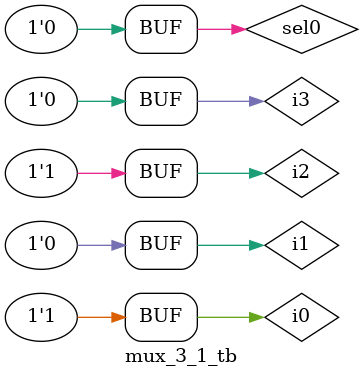
<source format=v>
module mux_2_1(sel,i0,i1,y);
  
  input sel,i0,i1;
  output y;
  
  assign y= sel ? i1:i0;
endmodule

module mux_3_1(input sel0,sel1,i0,i1,i2,i3, output reg  y);
  
  wire y0;
  
  mux_2_1 m1(sel0,y0,i2,y);
  mux_2_1 m2(sel1,i0,i1,y0);
  
endmodule


module mux_3_1_tb;
  
  reg sel0,sel1,i0,i1,i2,i3;
  wire y;
  
  mux_3_1 mx(sel0,sel1,i0,i1,i2,i3,y);
  initial
    begin
      
      $monitor("sel1=%b, sel0=%b, i0=%b, i1=%b, i2=%b,i3=%b, y=%b", sel0, sel1, i0, i1, i2,i3, y);
      {i3,i2,i1,i0}=4'h5;
      repeat(5)begin
        {sel0,sel1}=$random;
        #5;
      end
    end
endmodule 

</source>
